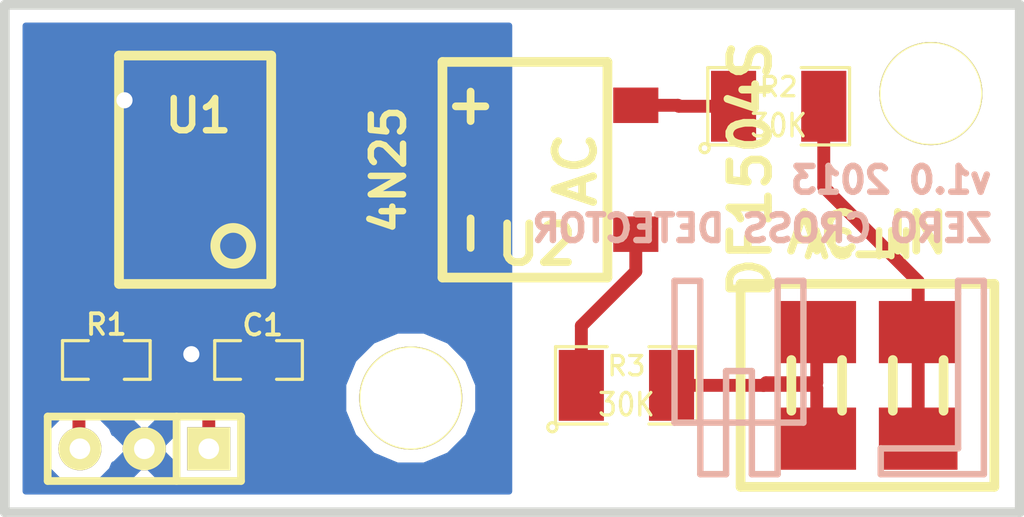
<source format=kicad_pcb>
(kicad_pcb (version 3) (host pcbnew "(2013-03-31 BZR 4008)-stable")

  (general
    (links 14)
    (no_connects 0)
    (area 38.655132 34.810699 88.166786 61.27242)
    (thickness 1.6002)
    (drawings 7)
    (tracks 46)
    (zones 0)
    (modules 11)
    (nets 10)
  )

  (page A4)
  (layers
    (15 Front signal)
    (0 Back signal)
    (16 B.Adhes user)
    (17 F.Adhes user)
    (18 B.Paste user)
    (19 F.Paste user)
    (20 B.SilkS user)
    (21 F.SilkS user)
    (22 B.Mask user)
    (23 F.Mask user)
    (24 Dwgs.User user)
    (25 Cmts.User user)
    (26 Eco1.User user)
    (27 Eco2.User user)
    (28 Edge.Cuts user)
  )

  (setup
    (last_trace_width 0.508)
    (trace_clearance 0.508)
    (zone_clearance 0.508)
    (zone_45_only no)
    (trace_min 0.2032)
    (segment_width 0.381)
    (edge_width 0.381)
    (via_size 0.889)
    (via_drill 0.635)
    (via_min_size 0.889)
    (via_min_drill 0.508)
    (uvia_size 0.508)
    (uvia_drill 0.127)
    (uvias_allowed no)
    (uvia_min_size 0.508)
    (uvia_min_drill 0.127)
    (pcb_text_width 0.3048)
    (pcb_text_size 1.524 2.032)
    (mod_edge_width 0.381)
    (mod_text_size 1.524 1.524)
    (mod_text_width 0.3048)
    (pad_size 1.524 1.524)
    (pad_drill 0.8128)
    (pad_to_mask_clearance 0.0508)
    (aux_axis_origin 0 0)
    (visible_elements FFFFFFBF)
    (pcbplotparams
      (layerselection 284196865)
      (usegerberextensions true)
      (excludeedgelayer true)
      (linewidth 60)
      (plotframeref false)
      (viasonmask false)
      (mode 1)
      (useauxorigin false)
      (hpglpennumber 1)
      (hpglpenspeed 20)
      (hpglpendiameter 15)
      (hpglpenoverlay 0)
      (psnegative false)
      (psa4output false)
      (plotreference true)
      (plotvalue false)
      (plotothertext true)
      (plotinvisibletext false)
      (padsonsilk false)
      (subtractmaskfromsilk false)
      (outputformat 1)
      (mirror false)
      (drillshape 1)
      (scaleselection 1)
      (outputdirectory "Gerbers/zero cross gerbers/"))
  )

  (net 0 "")
  (net 1 GND)
  (net 2 N-000005)
  (net 3 N-000006)
  (net 4 N-000008)
  (net 5 N-000009)
  (net 6 N-000010)
  (net 7 N-000011)
  (net 8 VCC)
  (net 9 ZEROCROSS)

  (net_class Default "This is the default net class."
    (clearance 0.508)
    (trace_width 0.508)
    (via_dia 0.889)
    (via_drill 0.635)
    (uvia_dia 0.508)
    (uvia_drill 0.127)
    (add_net "")
    (add_net GND)
    (add_net N-000005)
    (add_net N-000006)
    (add_net N-000008)
    (add_net N-000009)
    (add_net N-000010)
    (add_net N-000011)
    (add_net VCC)
    (add_net ZEROCROSS)
  )

  (net_class AC ""
    (clearance 0.254)
    (trace_width 0.4064)
    (via_dia 0.889)
    (via_drill 0.635)
    (uvia_dia 0.508)
    (uvia_drill 0.127)
  )

  (module SIL-3 (layer Front) (tedit 5149CCF1) (tstamp 514649AF)
    (at 45.49902 52.49926 180)
    (descr "Connecteur 3 pins")
    (tags "CONN DEV")
    (path /51327990)
    (fp_text reference P1 (at 0 -2.54 180) (layer F.SilkS) hide
      (effects (font (size 1.7907 1.07696) (thickness 0.26924)))
    )
    (fp_text value CONNECTOR_3 (at 0 -2.54 180) (layer F.SilkS) hide
      (effects (font (size 1.524 1.016) (thickness 0.254)))
    )
    (fp_line (start -3.81 1.27) (end -3.81 -1.27) (layer F.SilkS) (width 0.3048))
    (fp_line (start -3.81 -1.27) (end 3.81 -1.27) (layer F.SilkS) (width 0.3048))
    (fp_line (start 3.81 -1.27) (end 3.81 1.27) (layer F.SilkS) (width 0.3048))
    (fp_line (start 3.81 1.27) (end -3.81 1.27) (layer F.SilkS) (width 0.3048))
    (fp_line (start -1.27 -1.27) (end -1.27 1.27) (layer F.SilkS) (width 0.3048))
    (pad 1 thru_hole rect (at -2.54 0 180) (size 1.69926 1.69926) (drill 0.8128)
      (layers *.Cu *.Mask F.SilkS)
      (net 8 VCC)
    )
    (pad 2 thru_hole circle (at 0 0 180) (size 1.69926 1.69926) (drill 0.8128)
      (layers *.Cu *.Mask F.SilkS)
      (net 1 GND)
    )
    (pad 3 thru_hole circle (at 2.54 0 180) (size 1.69926 1.69926) (drill 0.8128)
      (layers *.Cu *.Mask F.SilkS)
      (net 9 ZEROCROSS)
    )
  )

  (module SM0805-HAND (layer Front) (tedit 512397DC) (tstamp 514649AA)
    (at 44.00042 48.99914)
    (path /5132788B)
    (attr smd)
    (fp_text reference R1 (at 0 -1.397) (layer F.SilkS)
      (effects (font (size 0.8128 0.8128) (thickness 0.1524)))
    )
    (fp_text value 10K (at 0 0) (layer F.SilkS) hide
      (effects (font (size 0.635 0.635) (thickness 0.127)))
    )
    (fp_line (start -0.7112 0.762) (end -1.7272 0.762) (layer F.SilkS) (width 0.127))
    (fp_line (start -1.7272 0.762) (end -1.7272 -0.762) (layer F.SilkS) (width 0.127))
    (fp_line (start -1.7272 -0.762) (end -0.7112 -0.762) (layer F.SilkS) (width 0.127))
    (fp_line (start 0.7112 -0.762) (end 1.7272 -0.762) (layer F.SilkS) (width 0.127))
    (fp_line (start 1.7272 -0.762) (end 1.7272 0.762) (layer F.SilkS) (width 0.127))
    (fp_line (start 1.7272 0.762) (end 0.7112 0.762) (layer F.SilkS) (width 0.127))
    (pad 1 smd rect (at -1.0795 0) (size 1.143 1.397)
      (layers Front F.Paste F.Mask)
      (net 9 ZEROCROSS)
    )
    (pad 2 smd rect (at 1.0795 0) (size 1.143 1.397)
      (layers Front F.Paste F.Mask)
      (net 8 VCC)
    )
    (model smd/chip_cms.wrl
      (at (xyz 0 0 0))
      (scale (xyz 0.1 0.1 0.1))
      (rotate (xyz 0 0 0))
    )
  )

  (module DFS (layer Front) (tedit 5150EC33) (tstamp 514649B0)
    (at 60.50026 41.50106 90)
    (path /512E5E1B)
    (fp_text reference U2 (at -2.94894 0.45974 180) (layer F.SilkS)
      (effects (font (size 1.524 1.524) (thickness 0.3048)))
    )
    (fp_text value DF1504S (at 0 8.89 90) (layer F.SilkS)
      (effects (font (size 1.524 1.524) (thickness 0.3048)))
    )
    (fp_text user AC (at 0 1.99898 90) (layer F.SilkS)
      (effects (font (size 1.524 1.524) (thickness 0.3048)))
    )
    (fp_text user - (at -2.49936 -2.25044 90) (layer F.SilkS)
      (effects (font (size 1.524 1.524) (thickness 0.3048)))
    )
    (fp_text user + (at 2.49936 -2.25044 90) (layer F.SilkS)
      (effects (font (size 1.524 1.524) (thickness 0.3048)))
    )
    (fp_line (start -4.24942 -3.2512) (end 4.24942 -3.2512) (layer F.SilkS) (width 0.381))
    (fp_line (start 4.24942 -3.2512) (end 4.24942 3.2512) (layer F.SilkS) (width 0.381))
    (fp_line (start 4.24942 3.2512) (end -4.24942 3.2512) (layer F.SilkS) (width 0.381))
    (fp_line (start -4.24942 3.2512) (end -4.24942 -3.2512) (layer F.SilkS) (width 0.381))
    (pad 2 smd rect (at 2.54 4.3688 90) (size 1.397 1.778)
      (layers Front F.Paste F.Mask)
      (net 5 N-000009)
    )
    (pad 1 smd rect (at -2.54 4.3688 90) (size 1.397 1.778)
      (layers Front F.Paste F.Mask)
      (net 4 N-000008)
    )
    (pad 4 smd rect (at -2.54 -4.3688 90) (size 1.397 1.778)
      (layers Front F.Paste F.Mask)
      (net 7 N-000011)
    )
    (pad 3 smd rect (at 2.54 -4.3688 90) (size 1.397 1.778)
      (layers Front F.Paste F.Mask)
      (net 6 N-000010)
    )
  )

  (module 6-SMD (layer Front) (tedit 5150EC23) (tstamp 514649B1)
    (at 47.50054 41.50106 90)
    (path /512E5E1C)
    (fp_text reference U1 (at 2.13106 0.12446 180) (layer F.SilkS)
      (effects (font (size 1.27 1.27) (thickness 0.254)))
    )
    (fp_text value 4N25 (at 0 7.62 90) (layer F.SilkS)
      (effects (font (size 1.27 1.27) (thickness 0.254)))
    )
    (fp_line (start 4.50088 -2.99974) (end 4.50088 2.99974) (layer F.SilkS) (width 0.381))
    (fp_line (start -4.50088 -2.99974) (end -4.50088 2.99974) (layer F.SilkS) (width 0.381))
    (fp_line (start -4.50088 2.99974) (end 4.50088 2.99974) (layer F.SilkS) (width 0.381))
    (fp_line (start -4.50088 -2.99974) (end 4.50088 -2.99974) (layer F.SilkS) (width 0.381))
    (fp_circle (center -2.99974 1.50114) (end -3.50012 2.00152) (layer F.SilkS) (width 0.381))
    (pad 1 smd rect (at -2.54 4.51104 90) (size 1.78054 1.51892)
      (layers Front F.Paste F.Mask)
      (net 6 N-000010)
      (solder_mask_margin 0.01016)
    )
    (pad 2 smd rect (at 0 4.51104 90) (size 1.78054 1.51892)
      (layers Front F.Paste F.Mask)
      (net 7 N-000011)
      (solder_mask_margin 0.01016)
    )
    (pad 3 smd rect (at 2.54 4.51104 90) (size 1.78054 1.51892)
      (layers Front F.Paste F.Mask)
      (solder_mask_margin 0.01016)
    )
    (pad 6 smd rect (at -2.54 -4.51104 90) (size 1.78054 1.51892)
      (layers Front F.Paste F.Mask)
    )
    (pad 5 smd rect (at 0 -4.51104 90) (size 1.78054 1.51892)
      (layers Front F.Paste F.Mask)
      (net 9 ZEROCROSS)
    )
    (pad 4 smd rect (at 2.54 -4.51104 90) (size 1.78054 1.51892)
      (layers Front F.Paste F.Mask)
      (net 1 GND)
      (solder_mask_margin 0.01016)
    )
  )

  (module 2106SSL (layer Front) (tedit 5150EC3A) (tstamp 514649B2)
    (at 74.00036 49.9999 180)
    (path /512E5EB6)
    (fp_text reference P2 (at 0 -5.99948 180) (layer F.SilkS) hide
      (effects (font (size 1.524 1.524) (thickness 0.3048)))
    )
    (fp_text value AC_IN (at 0 5.99948 180) (layer F.SilkS)
      (effects (font (size 1.524 1.524) (thickness 0.3048)))
    )
    (fp_line (start -1.00076 -1.00076) (end -1.00076 1.00076) (layer F.SilkS) (width 0.381))
    (fp_line (start -2.99974 -1.00076) (end -2.99974 1.00076) (layer F.SilkS) (width 0.381))
    (fp_line (start 2.99974 -1.00076) (end 2.99974 1.00076) (layer F.SilkS) (width 0.381))
    (fp_line (start 1.00076 -1.00076) (end 1.00076 1.00076) (layer F.SilkS) (width 0.381))
    (fp_line (start 5.00126 -4.0005) (end -5.00126 -4.0005) (layer F.SilkS) (width 0.381))
    (fp_line (start -5.00126 -4.0005) (end -5.00126 4.0005) (layer F.SilkS) (width 0.381))
    (fp_line (start -5.00126 4.0005) (end 5.00126 4.0005) (layer F.SilkS) (width 0.381))
    (fp_line (start 5.00126 4.0005) (end 5.00126 -4.0005) (layer F.SilkS) (width 0.381))
    (pad 2 smd rect (at 1.99898 2.10058 180) (size 3.0988 2.4511)
      (layers Front F.Paste F.Mask)
      (net 2 N-000005)
    )
    (pad 1 smd rect (at -1.99898 2.10058 180) (size 3.0988 2.4511)
      (layers Front F.Paste F.Mask)
      (net 3 N-000006)
    )
    (pad 1 smd rect (at -1.99898 -2.10058 180) (size 3.0988 2.4511)
      (layers Front F.Paste F.Mask)
      (net 3 N-000006)
    )
    (pad 2 smd rect (at 1.99898 -2.10058 180) (size 3.0988 2.4511)
      (layers Front F.Paste F.Mask)
      (net 2 N-000005)
    )
  )

  (module SM1210L (layer Front) (tedit 42806EC0) (tstamp 514649AC)
    (at 70.50024 38.99916)
    (tags "CMS SM")
    (path /512E5E96)
    (attr smd)
    (fp_text reference R2 (at 0 -0.762) (layer F.SilkS)
      (effects (font (size 0.762 0.762) (thickness 0.127)))
    )
    (fp_text value 30K (at 0 0.762) (layer F.SilkS)
      (effects (font (size 0.889 0.762) (thickness 0.127)))
    )
    (fp_circle (center -2.921 1.651) (end -2.794 1.524) (layer F.SilkS) (width 0.127))
    (fp_line (start 0.889 1.524) (end 2.794 1.524) (layer F.SilkS) (width 0.127))
    (fp_line (start 2.794 1.524) (end 2.794 -1.524) (layer F.SilkS) (width 0.127))
    (fp_line (start 2.794 -1.524) (end 0.889 -1.524) (layer F.SilkS) (width 0.127))
    (fp_line (start -0.762 -1.524) (end -2.794 -1.524) (layer F.SilkS) (width 0.127))
    (fp_line (start -2.794 -1.524) (end -2.794 1.524) (layer F.SilkS) (width 0.127))
    (fp_line (start -2.794 1.524) (end -0.762 1.524) (layer F.SilkS) (width 0.127))
    (pad 1 smd rect (at -1.778 0) (size 1.778 2.794)
      (layers Front F.Paste F.Mask)
      (net 5 N-000009)
    )
    (pad 2 smd rect (at 1.778 0) (size 1.778 2.794)
      (layers Front F.Paste F.Mask)
      (net 3 N-000006)
    )
    (model smd/chip_cms.wrl
      (at (xyz 0 0 0))
      (scale (xyz 0.2 0.2 0.2))
      (rotate (xyz 0 0 0))
    )
  )

  (module SM1210L (layer Front) (tedit 42806EC0) (tstamp 514649AE)
    (at 64.50076 49.9999)
    (tags "CMS SM")
    (path /512E5E9E)
    (attr smd)
    (fp_text reference R3 (at 0 -0.762) (layer F.SilkS)
      (effects (font (size 0.762 0.762) (thickness 0.127)))
    )
    (fp_text value 30K (at 0 0.762) (layer F.SilkS)
      (effects (font (size 0.889 0.762) (thickness 0.127)))
    )
    (fp_circle (center -2.921 1.651) (end -2.794 1.524) (layer F.SilkS) (width 0.127))
    (fp_line (start 0.889 1.524) (end 2.794 1.524) (layer F.SilkS) (width 0.127))
    (fp_line (start 2.794 1.524) (end 2.794 -1.524) (layer F.SilkS) (width 0.127))
    (fp_line (start 2.794 -1.524) (end 0.889 -1.524) (layer F.SilkS) (width 0.127))
    (fp_line (start -0.762 -1.524) (end -2.794 -1.524) (layer F.SilkS) (width 0.127))
    (fp_line (start -2.794 -1.524) (end -2.794 1.524) (layer F.SilkS) (width 0.127))
    (fp_line (start -2.794 1.524) (end -0.762 1.524) (layer F.SilkS) (width 0.127))
    (pad 1 smd rect (at -1.778 0) (size 1.778 2.794)
      (layers Front F.Paste F.Mask)
      (net 4 N-000008)
    )
    (pad 2 smd rect (at 1.778 0) (size 1.778 2.794)
      (layers Front F.Paste F.Mask)
      (net 2 N-000005)
    )
    (model smd/chip_cms.wrl
      (at (xyz 0 0 0))
      (scale (xyz 0.2 0.2 0.2))
      (rotate (xyz 0 0 0))
    )
  )

  (module SM0805-HAND (layer Front) (tedit 5150EE53) (tstamp 515079E9)
    (at 49.9999 48.99914 180)
    (path /515078E7)
    (attr smd)
    (fp_text reference C1 (at -0.1651 1.37414 180) (layer F.SilkS)
      (effects (font (size 0.8128 0.8128) (thickness 0.1524)))
    )
    (fp_text value C (at 0 0 180) (layer F.SilkS) hide
      (effects (font (size 0.635 0.635) (thickness 0.127)))
    )
    (fp_line (start -0.7112 0.762) (end -1.7272 0.762) (layer F.SilkS) (width 0.127))
    (fp_line (start -1.7272 0.762) (end -1.7272 -0.762) (layer F.SilkS) (width 0.127))
    (fp_line (start -1.7272 -0.762) (end -0.7112 -0.762) (layer F.SilkS) (width 0.127))
    (fp_line (start 0.7112 -0.762) (end 1.7272 -0.762) (layer F.SilkS) (width 0.127))
    (fp_line (start 1.7272 -0.762) (end 1.7272 0.762) (layer F.SilkS) (width 0.127))
    (fp_line (start 1.7272 0.762) (end 0.7112 0.762) (layer F.SilkS) (width 0.127))
    (pad 1 smd rect (at -1.0795 0 180) (size 1.143 1.397)
      (layers Front F.Paste F.Mask)
      (net 8 VCC)
    )
    (pad 2 smd rect (at 1.0795 0 180) (size 1.143 1.397)
      (layers Front F.Paste F.Mask)
      (net 1 GND)
    )
    (model smd/chip_cms.wrl
      (at (xyz 0 0 0))
      (scale (xyz 0.1 0.1 0.1))
      (rotate (xyz 0 0 0))
    )
  )

  (module LeuWebb2 (layer Back) (tedit 51492483) (tstamp 51507BE4)
    (at 72.9996 53.50002 180)
    (path LeuWebb)
    (fp_text reference LeuWebb (at 0 13.208 180) (layer B.SilkS) hide
      (effects (font (size 1.524 1.524) (thickness 0.3048)) (justify mirror))
    )
    (fp_text value VAL** (at 0 -6.35 180) (layer B.SilkS) hide
      (effects (font (size 1.524 1.524) (thickness 0.3048)) (justify mirror))
    )
    (fp_line (start -1.524 1.016) (end -1.524 0) (layer B.SilkS) (width 0.254))
    (fp_line (start 6.604 7.62) (end 6.604 2.032) (layer B.SilkS) (width 0.254))
    (fp_line (start 5.588 7.62) (end 5.588 0) (layer B.SilkS) (width 0.254))
    (fp_line (start 2.54 7.62) (end 2.54 2.032) (layer B.SilkS) (width 0.254))
    (fp_line (start 1.524 7.62) (end 1.524 2.032) (layer B.SilkS) (width 0.254))
    (fp_line (start 5.588 7.62) (end 6.604 7.62) (layer B.SilkS) (width 0.254))
    (fp_line (start 1.524 7.62) (end 2.54 7.62) (layer B.SilkS) (width 0.254))
    (fp_line (start -5.588 7.112) (end -5.588 7.62) (layer B.SilkS) (width 0.254))
    (fp_line (start -5.588 7.62) (end -4.572 7.62) (layer B.SilkS) (width 0.254))
    (fp_line (start -4.572 7.62) (end -4.572 7.112) (layer B.SilkS) (width 0.254))
    (fp_line (start 6.604 2.032) (end 2.54 2.032) (layer B.SilkS) (width 0.254))
    (fp_line (start 5.588 0) (end 4.572 0) (layer B.SilkS) (width 0.254))
    (fp_line (start 4.572 0) (end 4.572 4.064) (layer B.SilkS) (width 0.254))
    (fp_line (start 4.572 4.064) (end 3.556 4.064) (layer B.SilkS) (width 0.254))
    (fp_line (start 3.556 4.064) (end 3.556 0) (layer B.SilkS) (width 0.254))
    (fp_line (start 3.556 0) (end 2.54 0) (layer B.SilkS) (width 0.254))
    (fp_line (start 2.54 0) (end 2.54 2.032) (layer B.SilkS) (width 0.254))
    (fp_line (start 2.54 2.032) (end 1.524 2.032) (layer B.SilkS) (width 0.254))
    (fp_line (start -4.572 7.112) (end -4.572 1.016) (layer B.SilkS) (width 0.254))
    (fp_line (start -4.572 1.016) (end -1.524 1.016) (layer B.SilkS) (width 0.254))
    (fp_line (start -1.524 0) (end -5.588 0) (layer B.SilkS) (width 0.254))
    (fp_line (start -5.588 0) (end -5.588 7.112) (layer B.SilkS) (width 0.254))
  )

  (module DRILL (layer Front) (tedit 51507CB6) (tstamp 51507CD4)
    (at 76.49972 38.49878)
    (path DRILL)
    (fp_text reference "DRILL 0.156in" (at 0 0) (layer F.SilkS) hide
      (effects (font (size 1.524 1.524) (thickness 0.3048)))
    )
    (fp_text value VAL** (at 0 0) (layer F.SilkS) hide
      (effects (font (size 1.524 1.524) (thickness 0.3048)))
    )
    (pad 3 thru_hole circle (at 0 0) (size 4.064 4.064) (drill 3.9624)
      (layers *.Cu *.Mask F.SilkS)
    )
  )

  (module DRILL (layer Front) (tedit 51507CB6) (tstamp 51507CE7)
    (at 55.99938 50.50028)
    (path DRILL)
    (fp_text reference "DRILL 0.156in" (at 0 0) (layer F.SilkS) hide
      (effects (font (size 1.524 1.524) (thickness 0.3048)))
    )
    (fp_text value VAL** (at 0 0) (layer F.SilkS) hide
      (effects (font (size 1.524 1.524) (thickness 0.3048)))
    )
    (pad 3 thru_hole circle (at 0 0) (size 4.064 4.064) (drill 3.9624)
      (layers *.Cu *.Mask F.SilkS)
    )
  )

  (gr_text "AC IN" (at 73.66 44.45) (layer F.SilkS)
    (effects (font (size 1.016 1.016) (thickness 0.254)))
  )
  (gr_text "v1.0 2013" (at 74.93 41.91) (layer B.SilkS)
    (effects (font (size 1.016 1.016) (thickness 0.254)) (justify mirror))
  )
  (gr_text "ZERO CROSS DETECTOR" (at 69.85 43.815) (layer B.SilkS)
    (effects (font (size 1.016 1.016) (thickness 0.254)) (justify mirror))
  )
  (gr_line (start 39.99992 55.00116) (end 39.99992 35.0012) (angle 90) (layer Edge.Cuts) (width 0.381))
  (gr_line (start 79.99984 55.00116) (end 39.99992 55.00116) (angle 90) (layer Edge.Cuts) (width 0.381))
  (gr_line (start 79.99984 35.0012) (end 79.99984 55.00116) (angle 90) (layer Edge.Cuts) (width 0.381))
  (gr_line (start 39.99992 35.0012) (end 79.99984 35.0012) (angle 90) (layer Edge.Cuts) (width 0.381))

  (segment (start 42.9895 38.96106) (end 44.51858 38.96106) (width 0.508) (layer Front) (net 1))
  (segment (start 44.7167 38.76294) (end 44.51858 38.96106) (width 0.508) (layer Front) (net 1))
  (segment (start 48.9204 48.99914) (end 47.57928 48.99914) (width 0.508) (layer Front) (net 1))
  (segment (start 47.57928 48.99914) (end 47.35068 48.77054) (width 0.508) (layer Front) (net 1))
  (via (at 44.7167 38.76294) (size 0.889) (layers Front Back) (net 1))
  (via (at 47.35068 48.77054) (size 0.889) (layers Front Back) (net 1))
  (segment (start 72.00138 52.10048) (end 72.00138 50.10658) (width 0.508) (layer Front) (net 2))
  (segment (start 66.27876 49.9999) (end 69.9008 49.9999) (width 0.508) (layer Front) (net 2))
  (segment (start 71.8947 49.9999) (end 72.00138 50.10658) (width 0.508) (layer Front) (net 2))
  (segment (start 69.9008 49.9999) (end 71.8947 49.9999) (width 0.508) (layer Front) (net 2))
  (segment (start 70.00494 49.89576) (end 72.00138 49.89576) (width 0.508) (layer Front) (net 2))
  (segment (start 69.9008 49.9999) (end 70.00494 49.89576) (width 0.508) (layer Front) (net 2))
  (segment (start 72.00138 47.89932) (end 72.00138 49.89576) (width 0.508) (layer Front) (net 2))
  (segment (start 72.27824 42.18432) (end 75.99934 45.90542) (width 0.508) (layer Front) (net 3))
  (segment (start 72.27824 38.99916) (end 72.27824 42.18432) (width 0.508) (layer Front) (net 3))
  (segment (start 75.99934 47.89932) (end 75.99934 45.90542) (width 0.508) (layer Front) (net 3))
  (segment (start 75.99934 52.10048) (end 75.99934 47.89932) (width 0.508) (layer Front) (net 3))
  (segment (start 62.72276 47.65548) (end 64.86906 45.50918) (width 0.508) (layer Front) (net 4))
  (segment (start 62.72276 49.9999) (end 62.72276 47.65548) (width 0.508) (layer Front) (net 4))
  (segment (start 64.86906 44.04106) (end 64.86906 45.50918) (width 0.508) (layer Front) (net 4))
  (segment (start 66.56578 38.99916) (end 66.52768 38.96106) (width 0.508) (layer Front) (net 5))
  (segment (start 68.72224 38.99916) (end 66.56578 38.99916) (width 0.508) (layer Front) (net 5))
  (segment (start 64.86906 38.96106) (end 66.52768 38.96106) (width 0.508) (layer Front) (net 5))
  (segment (start 57.79008 42.0878) (end 56.13146 40.42918) (width 0.508) (layer Front) (net 6))
  (segment (start 57.79008 45.11548) (end 57.79008 42.0878) (width 0.508) (layer Front) (net 6))
  (segment (start 57.39384 45.51172) (end 57.79008 45.11548) (width 0.508) (layer Front) (net 6))
  (segment (start 53.54066 45.36694) (end 53.68544 45.51172) (width 0.508) (layer Front) (net 6))
  (segment (start 56.13146 38.96106) (end 56.13146 40.42918) (width 0.508) (layer Front) (net 6))
  (segment (start 53.54066 44.04106) (end 53.54066 45.36694) (width 0.508) (layer Front) (net 6))
  (segment (start 52.01158 44.04106) (end 53.54066 44.04106) (width 0.508) (layer Front) (net 6))
  (segment (start 53.68544 45.51172) (end 57.39384 45.51172) (width 0.508) (layer Front) (net 6))
  (segment (start 55.05958 41.50106) (end 56.13146 42.57294) (width 0.508) (layer Front) (net 7))
  (segment (start 52.01158 41.50106) (end 55.05958 41.50106) (width 0.508) (layer Front) (net 7))
  (segment (start 56.13146 44.04106) (end 56.13146 42.57294) (width 0.508) (layer Front) (net 7))
  (segment (start 45.07992 48.99914) (end 46.96206 50.88128) (width 0.508) (layer Front) (net 8))
  (segment (start 48.03902 52.49926) (end 48.03902 50.88128) (width 0.508) (layer Front) (net 8))
  (segment (start 51.0794 48.99914) (end 51.0794 50.46726) (width 0.508) (layer Front) (net 8))
  (segment (start 48.45304 50.46726) (end 48.03902 50.88128) (width 0.508) (layer Front) (net 8))
  (segment (start 46.96206 50.88128) (end 48.03902 50.88128) (width 0.508) (layer Front) (net 8))
  (segment (start 51.0794 50.46726) (end 48.45304 50.46726) (width 0.508) (layer Front) (net 8))
  (segment (start 42.9895 41.50106) (end 44.51858 41.50106) (width 0.508) (layer Front) (net 9))
  (segment (start 42.92092 47.39894) (end 42.92092 48.99914) (width 0.508) (layer Front) (net 9))
  (segment (start 44.51858 45.80128) (end 42.92092 47.39894) (width 0.508) (layer Front) (net 9))
  (segment (start 44.51858 41.50106) (end 44.51858 45.80128) (width 0.508) (layer Front) (net 9))
  (segment (start 42.92092 52.46116) (end 42.95902 52.49926) (width 0.508) (layer Front) (net 9))
  (segment (start 42.92092 48.99914) (end 42.92092 52.46116) (width 0.508) (layer Front) (net 9))

  (zone (net 1) (net_name GND) (layer Back) (tstamp 5149CD21) (hatch edge 0.508)
    (connect_pads (clearance 0.508))
    (min_thickness 0.254)
    (fill (arc_segments 16) (thermal_gap 0.508) (thermal_bridge_width 1.016))
    (polygon
      (pts
        (xy 59.99988 55.00116) (xy 59.99988 35.0012) (xy 39.99992 35.0012) (xy 39.99992 55.00116)
      )
    )
    (filled_polygon
      (pts
        (xy 59.87288 54.17566) (xy 58.66638 54.17566) (xy 58.66638 51.03368) (xy 58.66638 49.97196) (xy 58.25998 48.99152)
        (xy 57.51068 48.23968) (xy 56.53278 47.83328) (xy 55.47106 47.83328) (xy 54.49062 48.23968) (xy 53.73878 48.98898)
        (xy 53.33238 49.96688) (xy 53.33238 51.0286) (xy 53.73878 52.00904) (xy 54.48808 52.76088) (xy 55.46598 53.16728)
        (xy 56.5277 53.16728) (xy 57.50814 52.76088) (xy 58.25998 52.01158) (xy 58.66638 51.03368) (xy 58.66638 54.17566)
        (xy 49.51984 54.17566) (xy 49.51984 53.47462) (xy 49.51984 53.22316) (xy 49.51984 51.52644) (xy 49.42332 51.29276)
        (xy 49.24552 51.11496) (xy 49.01438 51.01844) (xy 48.76292 51.01844) (xy 47.0662 51.01844) (xy 46.83252 51.11496)
        (xy 46.65472 51.29276) (xy 46.5582 51.5239) (xy 46.5582 51.77536) (xy 46.5582 51.97856) (xy 46.1264 52.41036)
        (xy 46.1264 51.3334) (xy 46.03496 51.1175) (xy 45.466 51.01844) (xy 44.96308 51.1175) (xy 44.87164 51.3334)
        (xy 45.49902 51.96078) (xy 46.1264 51.3334) (xy 46.1264 52.41036) (xy 46.0375 52.49926) (xy 46.5582 53.01996)
        (xy 46.5582 53.47208) (xy 46.65472 53.70576) (xy 46.83252 53.88356) (xy 47.06366 53.98008) (xy 47.31512 53.98008)
        (xy 49.01184 53.98008) (xy 49.24552 53.88356) (xy 49.42332 53.70576) (xy 49.51984 53.47462) (xy 49.51984 54.17566)
        (xy 46.1264 54.17566) (xy 46.1264 53.66512) (xy 45.49902 53.03774) (xy 44.96054 53.57622) (xy 44.96054 52.49926)
        (xy 44.33316 51.87188) (xy 44.30776 51.88204) (xy 44.21632 51.65852) (xy 43.79976 51.24196) (xy 43.25366 51.0159)
        (xy 42.66438 51.0159) (xy 42.11828 51.24196) (xy 41.70172 51.65852) (xy 41.47566 52.20462) (xy 41.47566 52.7939)
        (xy 41.70172 53.34) (xy 42.11828 53.75656) (xy 42.66438 53.98262) (xy 43.25366 53.98262) (xy 43.79976 53.75656)
        (xy 44.21632 53.34) (xy 44.30776 53.11394) (xy 44.33316 53.12664) (xy 44.96054 52.49926) (xy 44.96054 53.57622)
        (xy 44.87164 53.66512) (xy 44.96308 53.88102) (xy 45.53204 53.98008) (xy 46.03496 53.88102) (xy 46.1264 53.66512)
        (xy 46.1264 54.17566) (xy 40.82542 54.17566) (xy 40.82542 35.8267) (xy 59.87288 35.8267) (xy 59.87288 54.17566)
      )
    )
  )
)

</source>
